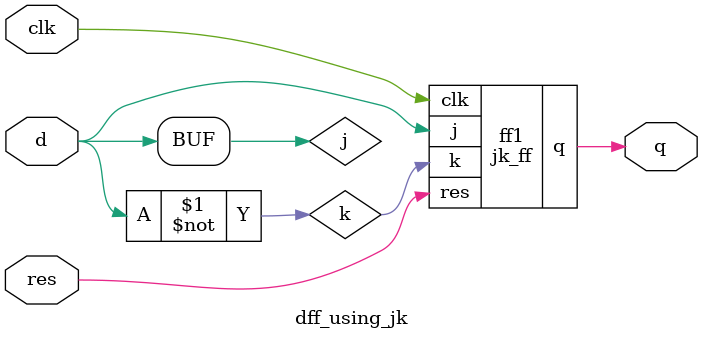
<source format=v>
module jk_ff (res,clk,j,k,q);
input res,clk,j,k;
output reg q;

always @(posedge clk) begin
if(res==1) q<=1'b0;
else begin
case({j,k})
2'b00: q<=q;
2'b01: q<=0;
2'b10: q<=1;
2'b11: q<=~q;
endcase
end
end
endmodule

module dff_using_jk (clk,res,d,q);
input clk,res,d;
output  q;

assign j=d;
assign k=~d;

jk_ff ff1 (.res(res),.clk(clk),.j(j),.k(k),.q(q));
endmodule




</source>
